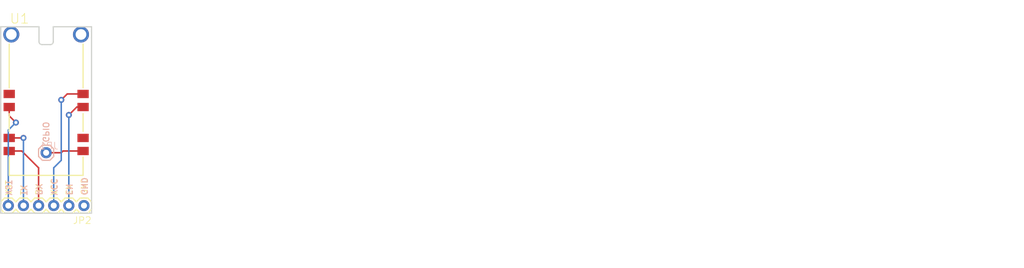
<source format=kicad_pcb>
(kicad_pcb (version 20211014) (generator pcbnew)
  (layers (0 "F.Cu" signal) (31 "B.Cu" signal) (34 "B.Paste" user) (35 "F.Paste" user) (36 "B.SilkS" user "B.Silkscreen") (37 "F.SilkS" user "F.Silkscreen") (38 "B.Mask" user) (39 "F.Mask" user) (44 "Edge.Cuts" user))
  (net 0 "")
  (net 1 "GND")
  (net 2 "VCC")
  (net 3 "VSTBY")
  (net 4 "GPIO")
  (net 5 "RX")
  (net 6 "TX")
  (net 7 "EN")
  (footprint "boardEagle:CREATIVE_COMMONS" (layer "F.Cu") (at 189.1411 124.4886 180)
    (fp_text reference "U$1" hide)
    (fp_text value "CREATIVE_COMMONS" hide)
  )
  (footprint "boardEagle:LS20126" (layer "F.Cu") (at 148.5011 114.3286)
    (fp_text reference "U1" (at -6.2 -25.4) (layer "F.SilkS") (effects (font (size 1.63576 1.63576) (thickness 0.14224)) (justify left bottom)))
    (fp_text value "LS20126")
    (fp_line (start 6.2 0) (end 6.2 -3.1) (layer "F.SilkS") (width 0.2032))
    (fp_line (start -6.2 -22.1) (end -6.2 -14.71) (layer "F.SilkS") (width 0.2032))
    (fp_line (start 6.2 -22.1) (end 6.2 -14.71) (layer "F.SilkS") (width 0.2032))
    (fp_line (start -6.2 -3.1) (end -6.2 0) (layer "F.SilkS") (width 0.2032))
    (fp_line (start 6.2 -7.4) (end 6.2 -10.4) (layer "F.SilkS") (width 0.2032))
    (fp_line (start -6.2 -10.4) (end -6.2 -7.4) (layer "F.SilkS") (width 0.2032))
    (fp_line (start -6.2 0) (end 6.2 0) (layer "F.SilkS") (width 0.2032))
    (pad "1" smd rect (at -6.2 -13.7) (size 1.9 1.4) (layers "F.Cu" "F.Paste" "F.Mask") (net 1 "GND"))
    (pad "2" smd rect (at -6.2 -11.5) (size 1.9 1.4) (layers "F.Cu" "F.Paste" "F.Mask") (net 3 "VSTBY"))
    (pad "3" smd rect (at -6.2 -6.3) (size 1.9 1.4) (layers "F.Cu" "F.Paste" "F.Mask") (net 6 "TX"))
    (pad "4" smd rect (at -6.2 -4.1) (size 1.9 1.4) (layers "F.Cu" "F.Paste" "F.Mask") (net 5 "RX"))
    (pad "5" smd rect (at 6.2 -4.1) (size 1.9 1.4) (layers "F.Cu" "F.Paste" "F.Mask") (net 4 "GPIO"))
    (pad "6" smd rect (at 6.2 -6.3) (size 1.9 1.4) (layers "F.Cu" "F.Paste" "F.Mask"))
    (pad "7" smd rect (at 6.2 -11.5) (size 1.9 1.4) (layers "F.Cu" "F.Paste" "F.Mask") (net 7 "EN"))
    (pad "8" smd rect (at 6.2 -13.7) (size 1.9 1.4) (layers "F.Cu" "F.Paste" "F.Mask") (net 2 "VCC"))
    (pad "9" thru_hole circle (at 5.85 -23.7) (size 2.7 2.7) (drill 1.8) (layers *.Cu *.Mask) (net 1 "GND"))
    (pad "10" thru_hole circle (at -5.85 -23.7) (size 2.7 2.7) (drill 1.8) (layers *.Cu *.Mask) (net 1 "GND"))
  )
  (footprint "boardEagle:1X06" (layer "F.Cu") (at 154.8511 119.4086 180)
    (fp_text reference "JP2" (at -1.3462 -1.8288 180) (layer "F.SilkS") (effects (font (size 1.143 1.143) (thickness 0.127)) (justify right top)))
    (fp_text value "")
    (fp_line (start -1.27 0.635) (end -0.635 1.27) (layer "F.SilkS") (width 0.2032))
    (fp_line (start 10.795 -1.27) (end 11.43 -0.635) (layer "F.SilkS") (width 0.2032))
    (fp_line (start 3.175 1.27) (end 1.905 1.27) (layer "F.SilkS") (width 0.2032))
    (fp_line (start 0.635 1.27) (end -0.635 1.27) (layer "F.SilkS") (width 0.2032))
    (fp_line (start 3.81 -0.635) (end 4.445 -1.27) (layer "F.SilkS") (width 0.2032))
    (fp_line (start 13.335 -1.27) (end 13.97 -0.635) (layer "F.SilkS") (width 0.2032))
    (fp_line (start 5.715 -1.27) (end 6.35 -0.635) (layer "F.SilkS") (width 0.2032))
    (fp_line (start 1.905 -1.27) (end 3.175 -1.27) (layer "F.SilkS") (width 0.2032))
    (fp_line (start -0.635 -1.27) (end -1.27 -0.635) (layer "F.SilkS") (width 0.2032))
    (fp_line (start 3.175 -1.27) (end 3.81 -0.635) (layer "F.SilkS") (width 0.2032))
    (fp_line (start -0.635 -1.27) (end 0.635 -1.27) (layer "F.SilkS") (width 0.2032))
    (fp_line (start 13.335 1.27) (end 12.065 1.27) (layer "F.SilkS") (width 0.2032))
    (fp_line (start 6.985 -1.27) (end 6.35 -0.635) (layer "F.SilkS") (width 0.2032))
    (fp_line (start 0.635 -1.27) (end 1.27 -0.635) (layer "F.SilkS") (width 0.2032))
    (fp_line (start 11.43 0.635) (end 10.795 1.27) (layer "F.SilkS") (width 0.2032))
    (fp_line (start 1.905 1.27) (end 1.27 0.635) (layer "F.SilkS") (width 0.2032))
    (fp_line (start 6.985 -1.27) (end 8.255 -1.27) (layer "F.SilkS") (width 0.2032))
    (fp_line (start 8.255 1.27) (end 6.985 1.27) (layer "F.SilkS") (width 0.2032))
    (fp_line (start 13.97 0.635) (end 13.335 1.27) (layer "F.SilkS") (width 0.2032))
    (fp_line (start 8.255 -1.27) (end 8.89 -0.635) (layer "F.SilkS") (width 0.2032))
    (fp_line (start 4.445 -1.27) (end 5.715 -1.27) (layer "F.SilkS") (width 0.2032))
    (fp_line (start 3.81 0.635) (end 3.175 1.27) (layer "F.SilkS") (width 0.2032))
    (fp_line (start 1.27 -0.635) (end 1.905 -1.27) (layer "F.SilkS") (width 0.2032))
    (fp_line (start 11.43 -0.635) (end 12.065 -1.27) (layer "F.SilkS") (width 0.2032))
    (fp_line (start 9.525 -1.27) (end 10.795 -1.27) (layer "F.SilkS") (width 0.2032))
    (fp_line (start 10.795 1.27) (end 9.525 1.27) (layer "F.SilkS") (width 0.2032))
    (fp_line (start 1.27 0.635) (end 0.635 1.27) (layer "F.SilkS") (width 0.2032))
    (fp_line (start 8.89 0.635) (end 8.255 1.27) (layer "F.SilkS") (width 0.2032))
    (fp_line (start 9.525 1.27) (end 8.89 0.635) (layer "F.SilkS") (width 0.2032))
    (fp_line (start 6.35 0.635) (end 6.985 1.27) (layer "F.SilkS") (width 0.2032))
    (fp_line (start 12.065 -1.27) (end 13.335 -1.27) (layer "F.SilkS") (width 0.2032))
    (fp_line (start 8.89 -0.635) (end 9.525 -1.27) (layer "F.SilkS") (width 0.2032))
    (fp_line (start 6.35 0.635) (end 5.715 1.27) (layer "F.SilkS") (width 0.2032))
    (fp_line (start -1.27 -0.635) (end -1.27 0.635) (layer "F.SilkS") (width 0.2032))
    (fp_line (start 5.715 1.27) (end 4.445 1.27) (layer "F.SilkS") (width 0.2032))
    (fp_line (start 13.97 -0.635) (end 13.97 0.635) (layer "F.SilkS") (width 0.2032))
    (fp_line (start 12.065 1.27) (end 11.43 0.635) (layer "F.SilkS") (width 0.2032))
    (fp_line (start 4.445 1.27) (end 3.81 0.635) (layer "F.SilkS") (width 0.2032))
    (pad "1" thru_hole circle (at 0 0 270) (size 1.8796 1.8796) (drill 1.016) (layers *.Cu *.Mask) (net 1 "GND"))
    (pad "2" thru_hole circle (at 2.54 0 270) (size 1.8796 1.8796) (drill 1.016) (layers *.Cu *.Mask) (net 7 "EN"))
    (pad "3" thru_hole circle (at 5.08 0 270) (size 1.8796 1.8796) (drill 1.016) (layers *.Cu *.Mask) (net 2 "VCC"))
    (pad "4" thru_hole circle (at 7.62 0 270) (size 1.8796 1.8796) (drill 1.016) (layers *.Cu *.Mask) (net 5 "RX"))
    (pad "5" thru_hole circle (at 10.16 0 270) (size 1.8796 1.8796) (drill 1.016) (layers *.Cu *.Mask) (net 6 "TX"))
    (pad "6" thru_hole circle (at 12.7 0 270) (size 1.8796 1.8796) (drill 1.016) (layers *.Cu *.Mask) (net 3 "VSTBY"))
  )
  (footprint "boardEagle:1X01" (layer "B.Cu") (at 148.5011 110.5186 180)
    (fp_text reference "JP1" (at 1.1938 1.8288) (layer "B.SilkS") (effects (font (size 1.1684 1.1684) (thickness 0.1016)) (justify right top mirror)))
    (fp_text value "M01PTH")
    (fp_line (start -1.27 0.635) (end -1.27 -0.635) (layer "B.SilkS") (width 0.2032))
    (fp_line (start -0.635 -1.27) (end 0.635 -1.27) (layer "B.SilkS") (width 0.2032))
    (fp_line (start -1.27 -0.635) (end -0.635 -1.27) (layer "B.SilkS") (width 0.2032))
    (fp_line (start 1.27 0.635) (end 0.635 1.27) (layer "B.SilkS") (width 0.2032))
    (fp_line (start 1.27 -0.635) (end 1.27 0.635) (layer "B.SilkS") (width 0.2032))
    (fp_line (start 0.635 1.27) (end -0.635 1.27) (layer "B.SilkS") (width 0.2032))
    (fp_line (start -0.635 1.27) (end -1.27 0.635) (layer "B.SilkS") (width 0.2032))
    (fp_line (start 0.635 -1.27) (end 1.27 -0.635) (layer "B.SilkS") (width 0.2032))
    (pad "1" thru_hole circle (at 0 0 90) (size 1.8796 1.8796) (drill 1.016) (layers *.Cu *.Mask) (net 4 "GPIO"))
  )
  (gr_line (start 147.3011 89.3286) (end 147.3011 91.8286) (layer "Edge.Cuts") (width 0.2032))
  (gr_line (start 140.8811 89.3286) (end 140.8811 120.6786) (layer "Edge.Cuts") (width 0.2032))
  (gr_line (start 149.7011 91.8286) (end 149.7011 89.3286) (layer "Edge.Cuts") (width 0.2032))
  (gr_line (start 140.8811 89.3286) (end 147.3011 89.3286) (layer "Edge.Cuts") (width 0.2032))
  (gr_line (start 147.8011 92.3286) (end 149.2011 92.3286) (layer "Edge.Cuts") (width 0.2032))
  (gr_line (start 149.7011 89.3286) (end 156.1211 89.3286) (layer "Edge.Cuts") (width 0.2032))
  (gr_line (start 140.8811 120.6786) (end 156.1211 120.6786) (layer "Edge.Cuts") (width 0.2032))
  (gr_line (start 156.1211 120.6786) (end 156.1211 89.3286) (layer "Edge.Cuts") (width 0.2032))
  (gr_arc (start 149.7011 91.8286) (mid 149.554653 92.182153) (end 149.2011 92.3286) (layer "Edge.Cuts") (width 0.2032))
  (gr_arc (start 147.8011 92.3286) (mid 147.447547 92.182153) (end 147.3011 91.8286) (layer "Edge.Cuts") (width 0.2032))
  (gr_text "GPIO" (at 147.8661 108.8676 -90) (layer "B.SilkS") (effects (font (size 0.97155 0.97155) (thickness 0.17145)) (justify left bottom mirror)))
  (gr_text "RX" (at 146.7231 117.7576 -90) (layer "B.SilkS") (effects (font (size 0.97155 0.97155) (thickness 0.17145)) (justify left bottom mirror)))
  (gr_text "VST" (at 141.6431 117.7576 -90) (layer "B.SilkS") (effects (font (size 0.97155 0.97155) (thickness 0.17145)) (justify left bottom mirror)))
  (gr_text "TX" (at 144.1831 117.7576 -90) (layer "B.SilkS") (effects (font (size 0.97155 0.97155) (thickness 0.17145)) (justify left bottom mirror)))
  (gr_text "GND" (at 154.3431 117.7576 -90) (layer "B.SilkS") (effects (font (size 0.97155 0.97155) (thickness 0.17145)) (justify left bottom mirror)))
  (gr_text "EN" (at 151.8031 117.7576 -90) (layer "B.SilkS") (effects (font (size 0.97155 0.97155) (thickness 0.17145)) (justify left bottom mirror)))
  (gr_text "VCC" (at 149.2631 117.7576 -90) (layer "B.SilkS") (effects (font (size 0.97155 0.97155) (thickness 0.17145)) (justify left bottom mirror)))
  (gr_text "EN" (at 152.9461 117.7576 90) (layer "F.SilkS") (effects (font (size 0.97155 0.97155) (thickness 0.17145)) (justify left bottom)))
  (gr_text "VST" (at 142.7861 117.7576 90) (layer "F.SilkS") (effects (font (size 0.97155 0.97155) (thickness 0.17145)) (justify left bottom)))
  (gr_text "VCC" (at 150.4061 117.7576 90) (layer "F.SilkS") (effects (font (size 0.97155 0.97155) (thickness 0.17145)) (justify left bottom)))
  (gr_text "TX" (at 145.3261 117.7576 90) (layer "F.SilkS") (effects (font (size 0.97155 0.97155) (thickness 0.17145)) (justify left bottom)))
  (gr_text "GND" (at 155.4861 117.7576 90) (layer "F.SilkS") (effects (font (size 0.97155 0.97155) (thickness 0.17145)) (justify left bottom)))
  (gr_text "RX" (at 147.8661 117.7576 90) (layer "F.SilkS") (effects (font (size 0.97155 0.97155) (thickness 0.17145)) (justify left bottom)))
  (segment (start 152.0411 100.6286) (end 154.7011 100.6286) (width 0.254) (layer "F.Cu") (net 2))
  (segment (start 151.0411 101.6286) (end 152.0411 100.6286) (width 0.254) (layer "F.Cu") (net 2))
  (via (at 151.0411 101.6286) (size 1.016) (drill 0.508) (layers "F.Cu" "B.Cu") (net 2))
  (segment (start 151.0411 111.7886) (end 151.0411 101.6286) (width 0.254) (layer "B.Cu") (net 2))
  (segment (start 149.7711 113.0586) (end 151.0411 111.7886) (width 0.254) (layer "B.Cu") (net 2))
  (segment (start 149.7711 119.4086) (end 149.7711 113.0586) (width 0.254) (layer "B.Cu") (net 2))
  (segment (start 143.4211 105.4386) (end 142.3011 104.3186) (width 0.254) (layer "F.Cu") (net 3))
  (segment (start 142.3011 104.3186) (end 142.3011 102.8286) (width 0.254) (layer "F.Cu") (net 3))
  (via (at 143.4211 105.4386) (size 1.016) (drill 0.508) (layers "F.Cu" "B.Cu") (net 3))
  (segment (start 142.1511 106.7086) (end 143.4211 105.4386) (width 0.254) (layer "B.Cu") (net 3))
  (segment (start 142.1511 119.4086) (end 142.1511 106.7086) (width 0.254) (layer "B.Cu") (net 3))
  (segment (start 148.5011 110.5186) (end 151.0411 110.5186) (width 0.254) (layer "F.Cu") (net 4))
  (segment (start 151.0411 110.5186) (end 151.3311 110.2286) (width 0.254) (layer "F.Cu") (net 4))
  (segment (start 151.3311 110.2286) (end 154.7011 110.2286) (width 0.254) (layer "F.Cu") (net 4))
  (segment (start 147.2311 113.0586) (end 144.4011 110.2286) (width 0.254) (layer "F.Cu") (net 5))
  (segment (start 144.4011 110.2286) (end 142.3011 110.2286) (width 0.254) (layer "F.Cu") (net 5))
  (segment (start 147.2311 119.4086) (end 147.2311 113.0586) (width 0.254) (layer "F.Cu") (net 5))
  (segment (start 144.6911 108.0286) (end 142.3011 108.0286) (width 0.254) (layer "F.Cu") (net 6))
  (via (at 144.6911 108.0286) (size 1.016) (drill 0.508) (layers "F.Cu" "B.Cu") (net 6))
  (segment (start 144.6911 119.4086) (end 144.6911 108.0286) (width 0.254) (layer "B.Cu") (net 6))
  (segment (start 152.3111 104.1686) (end 153.6511 102.8286) (width 0.254) (layer "F.Cu") (net 7))
  (segment (start 153.6511 102.8286) (end 154.7011 102.8286) (width 0.254) (layer "F.Cu") (net 7))
  (via (at 152.3111 104.1686) (size 1.016) (drill 0.508) (layers "F.Cu" "B.Cu") (net 7))
  (segment (start 152.3111 119.4086) (end 152.3111 104.1686) (width 0.254) (layer "B.Cu") (net 7))
)
</source>
